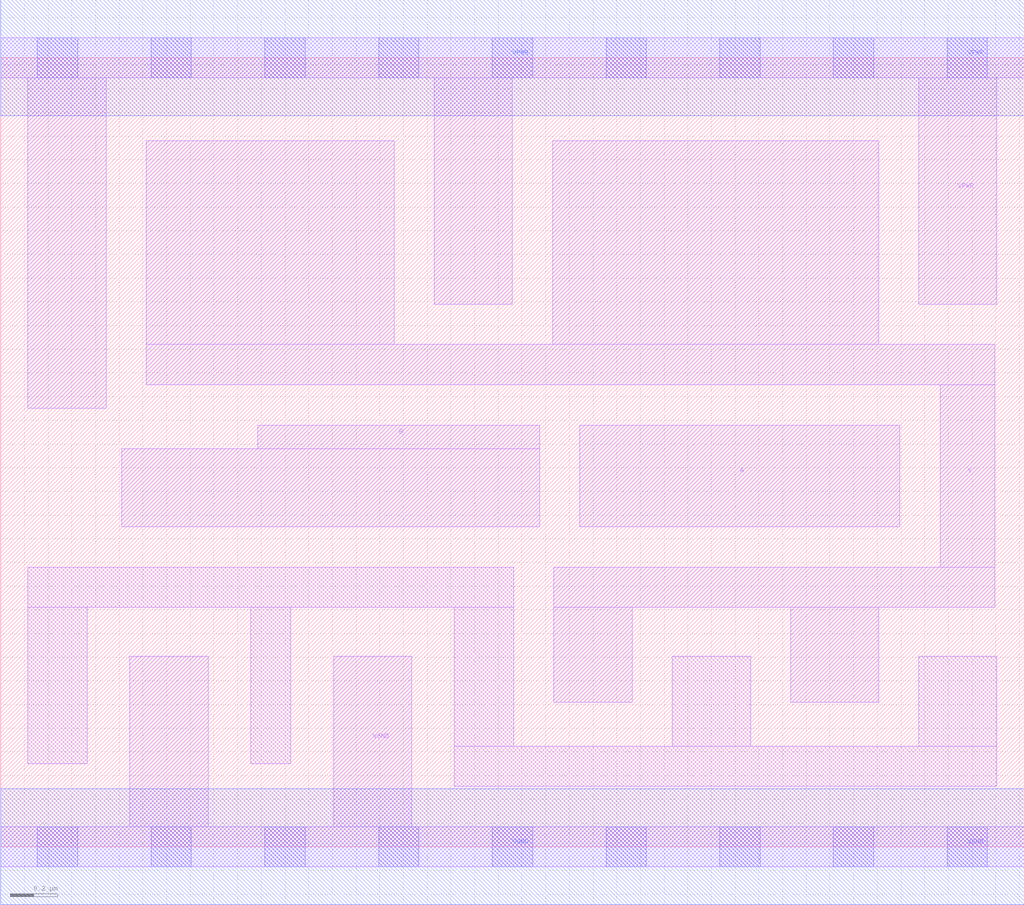
<source format=lef>
# Copyright 2020 The SkyWater PDK Authors
#
# Licensed under the Apache License, Version 2.0 (the "License");
# you may not use this file except in compliance with the License.
# You may obtain a copy of the License at
#
#     https://www.apache.org/licenses/LICENSE-2.0
#
# Unless required by applicable law or agreed to in writing, software
# distributed under the License is distributed on an "AS IS" BASIS,
# WITHOUT WARRANTIES OR CONDITIONS OF ANY KIND, either express or implied.
# See the License for the specific language governing permissions and
# limitations under the License.
#
# SPDX-License-Identifier: Apache-2.0

VERSION 5.7 ;
  NAMESCASESENSITIVE ON ;
  NOWIREEXTENSIONATPIN ON ;
  DIVIDERCHAR "/" ;
  BUSBITCHARS "[]" ;
UNITS
  DATABASE MICRONS 200 ;
END UNITS
MACRO sky130_fd_sc_ms__nand2_4
  CLASS CORE ;
  SOURCE USER ;
  FOREIGN sky130_fd_sc_ms__nand2_4 ;
  ORIGIN  0.000000  0.000000 ;
  SIZE  4.320000 BY  3.330000 ;
  SYMMETRY X Y ;
  SITE unit ;
  PIN A
    ANTENNAGATEAREA  0.847200 ;
    DIRECTION INPUT ;
    USE SIGNAL ;
    PORT
      LAYER li1 ;
        RECT 2.445000 1.350000 3.795000 1.780000 ;
    END
  END A
  PIN B
    ANTENNAGATEAREA  0.847200 ;
    DIRECTION INPUT ;
    USE SIGNAL ;
    PORT
      LAYER li1 ;
        RECT 0.510000 1.350000 2.275000 1.680000 ;
        RECT 1.085000 1.680000 2.275000 1.780000 ;
    END
  END B
  PIN Y
    ANTENNADIFFAREA  3.218900 ;
    DIRECTION OUTPUT ;
    USE SIGNAL ;
    PORT
      LAYER li1 ;
        RECT 0.615000 1.950000 4.195000 2.120000 ;
        RECT 0.615000 2.120000 1.660000 2.980000 ;
        RECT 2.330000 2.120000 3.705000 2.980000 ;
        RECT 2.335000 0.610000 2.665000 1.010000 ;
        RECT 2.335000 1.010000 4.195000 1.180000 ;
        RECT 3.335000 0.610000 3.705000 1.010000 ;
        RECT 3.965000 1.180000 4.195000 1.950000 ;
    END
  END Y
  PIN VGND
    DIRECTION INOUT ;
    USE GROUND ;
    PORT
      LAYER li1 ;
        RECT 0.000000 -0.085000 4.320000 0.085000 ;
        RECT 0.545000  0.085000 0.875000 0.805000 ;
        RECT 1.405000  0.085000 1.735000 0.805000 ;
      LAYER mcon ;
        RECT 0.155000 -0.085000 0.325000 0.085000 ;
        RECT 0.635000 -0.085000 0.805000 0.085000 ;
        RECT 1.115000 -0.085000 1.285000 0.085000 ;
        RECT 1.595000 -0.085000 1.765000 0.085000 ;
        RECT 2.075000 -0.085000 2.245000 0.085000 ;
        RECT 2.555000 -0.085000 2.725000 0.085000 ;
        RECT 3.035000 -0.085000 3.205000 0.085000 ;
        RECT 3.515000 -0.085000 3.685000 0.085000 ;
        RECT 3.995000 -0.085000 4.165000 0.085000 ;
      LAYER met1 ;
        RECT 0.000000 -0.245000 4.320000 0.245000 ;
    END
  END VGND
  PIN VPWR
    DIRECTION INOUT ;
    USE POWER ;
    PORT
      LAYER li1 ;
        RECT 0.000000 3.245000 4.320000 3.415000 ;
        RECT 0.115000 1.850000 0.445000 3.245000 ;
        RECT 1.830000 2.290000 2.160000 3.245000 ;
        RECT 3.875000 2.290000 4.205000 3.245000 ;
      LAYER mcon ;
        RECT 0.155000 3.245000 0.325000 3.415000 ;
        RECT 0.635000 3.245000 0.805000 3.415000 ;
        RECT 1.115000 3.245000 1.285000 3.415000 ;
        RECT 1.595000 3.245000 1.765000 3.415000 ;
        RECT 2.075000 3.245000 2.245000 3.415000 ;
        RECT 2.555000 3.245000 2.725000 3.415000 ;
        RECT 3.035000 3.245000 3.205000 3.415000 ;
        RECT 3.515000 3.245000 3.685000 3.415000 ;
        RECT 3.995000 3.245000 4.165000 3.415000 ;
      LAYER met1 ;
        RECT 0.000000 3.085000 4.320000 3.575000 ;
    END
  END VPWR
  OBS
    LAYER li1 ;
      RECT 0.115000 0.350000 0.365000 1.010000 ;
      RECT 0.115000 1.010000 2.165000 1.180000 ;
      RECT 1.055000 0.350000 1.225000 1.010000 ;
      RECT 1.915000 0.255000 4.205000 0.425000 ;
      RECT 1.915000 0.425000 2.165000 1.010000 ;
      RECT 2.835000 0.425000 3.165000 0.805000 ;
      RECT 3.875000 0.425000 4.205000 0.805000 ;
  END
END sky130_fd_sc_ms__nand2_4

</source>
